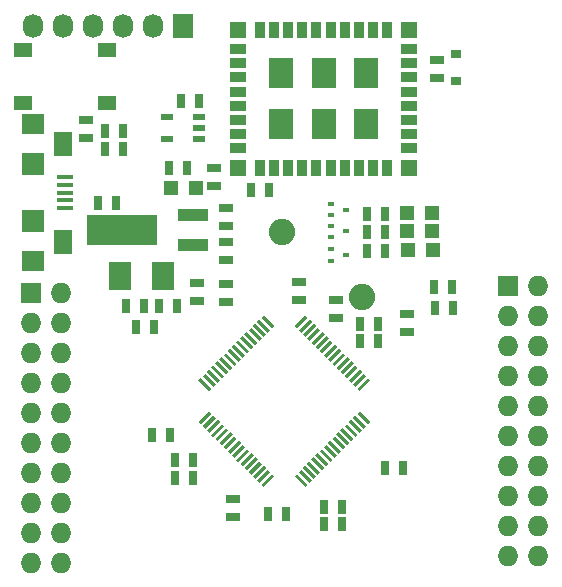
<source format=gts>
%FSLAX46Y46*%
G04 Gerber Fmt 4.6, Leading zero omitted, Abs format (unit mm)*
G04 Created by KiCad (PCBNEW (2014-jul-16 BZR unknown)-product) date Thu 11 Sep 2014 01:41:01 PM MDT*
%MOMM*%
G01*
G04 APERTURE LIST*
%ADD10C,0.100000*%
%ADD11R,2.500000X1.000000*%
%ADD12R,6.000000X2.500000*%
%ADD13R,2.052400X2.552400*%
%ADD14R,1.352400X1.352400*%
%ADD15R,0.852400X1.352400*%
%ADD16R,1.352400X0.852400*%
%ADD17R,1.727200X1.727200*%
%ADD18O,1.727200X1.727200*%
%ADD19R,1.198880X1.198880*%
%ADD20R,1.727200X2.032000*%
%ADD21O,1.727200X2.032000*%
%ADD22R,1.143000X0.635000*%
%ADD23R,0.635000X1.143000*%
%ADD24R,0.508000X0.356000*%
%ADD25R,0.949960X0.795020*%
%ADD26R,1.350000X0.350000*%
%ADD27R,1.600000X2.100000*%
%ADD28R,1.900000X1.800000*%
%ADD29R,1.900000X1.900000*%
%ADD30R,1.900000X2.400000*%
%ADD31O,2.235200X2.235200*%
%ADD32R,1.000000X0.550000*%
%ADD33R,1.550000X1.300000*%
G04 APERTURE END LIST*
D10*
D11*
X144800000Y-90580000D03*
X144800000Y-93120000D03*
D12*
X138800000Y-91850000D03*
D13*
X159450000Y-78600000D03*
X155850000Y-78600000D03*
X152250000Y-78600000D03*
X159450000Y-82900000D03*
X155850000Y-82900000D03*
X152250000Y-82900000D03*
D14*
X148600000Y-74900000D03*
X148600000Y-86600000D03*
X163100000Y-86600000D03*
X163100000Y-74900000D03*
D15*
X161250000Y-74900000D03*
X160050000Y-74900000D03*
X158850000Y-74900000D03*
X157650000Y-74900000D03*
X156450000Y-74900000D03*
X155250000Y-74900000D03*
X154050000Y-74900000D03*
X152850000Y-74900000D03*
X151650000Y-74900000D03*
X150450000Y-74900000D03*
D16*
X148600000Y-76550000D03*
X148600000Y-77750000D03*
X148600000Y-78950000D03*
X148600000Y-80150000D03*
X148600000Y-81350000D03*
X148600000Y-82550000D03*
X148600000Y-83750000D03*
X148600000Y-84950000D03*
D15*
X150450000Y-86600000D03*
X151650000Y-86600000D03*
X152850000Y-86600000D03*
X154050000Y-86600000D03*
X155250000Y-86600000D03*
X156450000Y-86600000D03*
X157650000Y-86600000D03*
X158850000Y-86600000D03*
X160050000Y-86600000D03*
X161250000Y-86600000D03*
D16*
X163100000Y-84950000D03*
X163100000Y-83750000D03*
X163100000Y-82550000D03*
X163100000Y-81350000D03*
X163100000Y-80150000D03*
X163100000Y-78950000D03*
X163100000Y-77750000D03*
X163100000Y-76550000D03*
D10*
G36*
X155369350Y-112574907D02*
X154449771Y-111655328D01*
X154654832Y-111450267D01*
X155574411Y-112369846D01*
X155369350Y-112574907D01*
X155369350Y-112574907D01*
G37*
G36*
X155723172Y-112221085D02*
X154803593Y-111301506D01*
X155008654Y-111096445D01*
X155928233Y-112016024D01*
X155723172Y-112221085D01*
X155723172Y-112221085D01*
G37*
G36*
X156076994Y-111867262D02*
X155157415Y-110947683D01*
X155362476Y-110742622D01*
X156282055Y-111662201D01*
X156076994Y-111867262D01*
X156076994Y-111867262D01*
G37*
G36*
X156430816Y-111513440D02*
X155511237Y-110593861D01*
X155716298Y-110388800D01*
X156635877Y-111308379D01*
X156430816Y-111513440D01*
X156430816Y-111513440D01*
G37*
G36*
X156784638Y-111159618D02*
X155865059Y-110240039D01*
X156070120Y-110034978D01*
X156989699Y-110954557D01*
X156784638Y-111159618D01*
X156784638Y-111159618D01*
G37*
G36*
X154309679Y-113634577D02*
X153390100Y-112714998D01*
X153595161Y-112509937D01*
X154514740Y-113429516D01*
X154309679Y-113634577D01*
X154309679Y-113634577D01*
G37*
G36*
X154661705Y-113282551D02*
X153742126Y-112362972D01*
X153947187Y-112157911D01*
X154866766Y-113077490D01*
X154661705Y-113282551D01*
X154661705Y-113282551D01*
G37*
G36*
X155015528Y-112928729D02*
X154095949Y-112009150D01*
X154301010Y-111804089D01*
X155220589Y-112723668D01*
X155015528Y-112928729D01*
X155015528Y-112928729D01*
G37*
G36*
X158897105Y-105502057D02*
X158692044Y-105296996D01*
X159611623Y-104377417D01*
X159816684Y-104582478D01*
X158897105Y-105502057D01*
X158897105Y-105502057D01*
G37*
G36*
X158545079Y-105150031D02*
X158340018Y-104944970D01*
X159259597Y-104025391D01*
X159464658Y-104230452D01*
X158545079Y-105150031D01*
X158545079Y-105150031D01*
G37*
G36*
X158191256Y-104796209D02*
X157986195Y-104591148D01*
X158905774Y-103671569D01*
X159110835Y-103876630D01*
X158191256Y-104796209D01*
X158191256Y-104796209D01*
G37*
G36*
X157837434Y-104442387D02*
X157632373Y-104237326D01*
X158551952Y-103317747D01*
X158757013Y-103522808D01*
X157837434Y-104442387D01*
X157837434Y-104442387D01*
G37*
G36*
X157483612Y-104088565D02*
X157278551Y-103883504D01*
X158198130Y-102963925D01*
X158403191Y-103168986D01*
X157483612Y-104088565D01*
X157483612Y-104088565D01*
G37*
G36*
X157129790Y-103734742D02*
X156924729Y-103529681D01*
X157844308Y-102610102D01*
X158049369Y-102815163D01*
X157129790Y-103734742D01*
X157129790Y-103734742D01*
G37*
G36*
X156775968Y-103380920D02*
X156570907Y-103175859D01*
X157490486Y-102256280D01*
X157695547Y-102461341D01*
X156775968Y-103380920D01*
X156775968Y-103380920D01*
G37*
G36*
X156422146Y-103027098D02*
X156217085Y-102822037D01*
X157136664Y-101902458D01*
X157341725Y-102107519D01*
X156422146Y-103027098D01*
X156422146Y-103027098D01*
G37*
G36*
X151479103Y-100200114D02*
X150559524Y-99280535D01*
X150764585Y-99075474D01*
X151684164Y-99995053D01*
X151479103Y-100200114D01*
X151479103Y-100200114D01*
G37*
G36*
X151127077Y-100552140D02*
X150207498Y-99632561D01*
X150412559Y-99427500D01*
X151332138Y-100347079D01*
X151127077Y-100552140D01*
X151127077Y-100552140D01*
G37*
G36*
X150776790Y-100902426D02*
X149857212Y-99982848D01*
X150055202Y-99784858D01*
X150974780Y-100704436D01*
X150776790Y-100902426D01*
X150776790Y-100902426D01*
G37*
G36*
X150419432Y-101259784D02*
X149499853Y-100340205D01*
X149704914Y-100135144D01*
X150624493Y-101054723D01*
X150419432Y-101259784D01*
X150419432Y-101259784D01*
G37*
G36*
X150065610Y-101613606D02*
X149146031Y-100694027D01*
X149351092Y-100488966D01*
X150270671Y-101408545D01*
X150065610Y-101613606D01*
X150065610Y-101613606D01*
G37*
G36*
X149711788Y-101967428D02*
X148792209Y-101047849D01*
X148997270Y-100842788D01*
X149916849Y-101762367D01*
X149711788Y-101967428D01*
X149711788Y-101967428D01*
G37*
G36*
X149357966Y-102321250D02*
X148438387Y-101401671D01*
X148643448Y-101196610D01*
X149563027Y-102116189D01*
X149357966Y-102321250D01*
X149357966Y-102321250D01*
G37*
G36*
X149004144Y-102675072D02*
X148084565Y-101755493D01*
X148289626Y-101550432D01*
X149209205Y-102470011D01*
X149004144Y-102675072D01*
X149004144Y-102675072D01*
G37*
G36*
X145462641Y-108332634D02*
X145257580Y-108127573D01*
X146177159Y-107207994D01*
X146382220Y-107413055D01*
X145462641Y-108332634D01*
X145462641Y-108332634D01*
G37*
G36*
X145814667Y-108684660D02*
X145609606Y-108479599D01*
X146529185Y-107560020D01*
X146734246Y-107765081D01*
X145814667Y-108684660D01*
X145814667Y-108684660D01*
G37*
G36*
X146168490Y-109038482D02*
X145963429Y-108833421D01*
X146883008Y-107913842D01*
X147088069Y-108118903D01*
X146168490Y-109038482D01*
X146168490Y-109038482D01*
G37*
G36*
X146522312Y-109392304D02*
X146317251Y-109187243D01*
X147236830Y-108267664D01*
X147441891Y-108472725D01*
X146522312Y-109392304D01*
X146522312Y-109392304D01*
G37*
G36*
X146876134Y-109746126D02*
X146671073Y-109541065D01*
X147590652Y-108621486D01*
X147795713Y-108826547D01*
X146876134Y-109746126D01*
X146876134Y-109746126D01*
G37*
G36*
X147229956Y-110099948D02*
X147024895Y-109894887D01*
X147944474Y-108975308D01*
X148149535Y-109180369D01*
X147229956Y-110099948D01*
X147229956Y-110099948D01*
G37*
G36*
X147583778Y-110453770D02*
X147378717Y-110248709D01*
X148298296Y-109329130D01*
X148503357Y-109534191D01*
X147583778Y-110453770D01*
X147583778Y-110453770D01*
G37*
G36*
X147937600Y-110807592D02*
X147732539Y-110602531D01*
X148652118Y-109682952D01*
X148857179Y-109888013D01*
X147937600Y-110807592D01*
X147937600Y-110807592D01*
G37*
G36*
X157136664Y-110807592D02*
X156217085Y-109888013D01*
X156422146Y-109682952D01*
X157341725Y-110602531D01*
X157136664Y-110807592D01*
X157136664Y-110807592D01*
G37*
G36*
X157490486Y-110453770D02*
X156570907Y-109534191D01*
X156775968Y-109329130D01*
X157695547Y-110248709D01*
X157490486Y-110453770D01*
X157490486Y-110453770D01*
G37*
G36*
X157844308Y-110099948D02*
X156924729Y-109180369D01*
X157129790Y-108975308D01*
X158049369Y-109894887D01*
X157844308Y-110099948D01*
X157844308Y-110099948D01*
G37*
G36*
X156070120Y-102675072D02*
X155865059Y-102470011D01*
X156784638Y-101550432D01*
X156989699Y-101755493D01*
X156070120Y-102675072D01*
X156070120Y-102675072D01*
G37*
G36*
X155716298Y-102321250D02*
X155511237Y-102116189D01*
X156430816Y-101196610D01*
X156635877Y-101401671D01*
X155716298Y-102321250D01*
X155716298Y-102321250D01*
G37*
G36*
X155362476Y-101967428D02*
X155157415Y-101762367D01*
X156076994Y-100842788D01*
X156282055Y-101047849D01*
X155362476Y-101967428D01*
X155362476Y-101967428D01*
G37*
G36*
X148652118Y-103027098D02*
X147732539Y-102107519D01*
X147937600Y-101902458D01*
X148857179Y-102822037D01*
X148652118Y-103027098D01*
X148652118Y-103027098D01*
G37*
G36*
X148301831Y-103377384D02*
X147382253Y-102457806D01*
X147580243Y-102259816D01*
X148499821Y-103179394D01*
X148301831Y-103377384D01*
X148301831Y-103377384D01*
G37*
G36*
X147944474Y-103734742D02*
X147024895Y-102815163D01*
X147229956Y-102610102D01*
X148149535Y-103529681D01*
X147944474Y-103734742D01*
X147944474Y-103734742D01*
G37*
G36*
X148289626Y-111159618D02*
X148084565Y-110954557D01*
X149004144Y-110034978D01*
X149209205Y-110240039D01*
X148289626Y-111159618D01*
X148289626Y-111159618D01*
G37*
G36*
X148643448Y-111513440D02*
X148438387Y-111308379D01*
X149357966Y-110388800D01*
X149563027Y-110593861D01*
X148643448Y-111513440D01*
X148643448Y-111513440D01*
G37*
G36*
X148997270Y-111867262D02*
X148792209Y-111662201D01*
X149711788Y-110742622D01*
X149916849Y-110947683D01*
X148997270Y-111867262D01*
X148997270Y-111867262D01*
G37*
G36*
X158198130Y-109746126D02*
X157278551Y-108826547D01*
X157483612Y-108621486D01*
X158403191Y-109541065D01*
X158198130Y-109746126D01*
X158198130Y-109746126D01*
G37*
G36*
X158551952Y-109392304D02*
X157632373Y-108472725D01*
X157837434Y-108267664D01*
X158757013Y-109187243D01*
X158551952Y-109392304D01*
X158551952Y-109392304D01*
G37*
G36*
X158905774Y-109038482D02*
X157986195Y-108118903D01*
X158191256Y-107913842D01*
X159110835Y-108833421D01*
X158905774Y-109038482D01*
X158905774Y-109038482D01*
G37*
G36*
X159259597Y-108684660D02*
X158340018Y-107765081D01*
X158545079Y-107560020D01*
X159464658Y-108479599D01*
X159259597Y-108684660D01*
X159259597Y-108684660D01*
G37*
G36*
X159611623Y-108332634D02*
X158692044Y-107413055D01*
X158897105Y-107207994D01*
X159816684Y-108127573D01*
X159611623Y-108332634D01*
X159611623Y-108332634D01*
G37*
G36*
X155008654Y-101613606D02*
X154803593Y-101408545D01*
X155723172Y-100488966D01*
X155928233Y-100694027D01*
X155008654Y-101613606D01*
X155008654Y-101613606D01*
G37*
G36*
X154654832Y-101259784D02*
X154449771Y-101054723D01*
X155369350Y-100135144D01*
X155574411Y-100340205D01*
X154654832Y-101259784D01*
X154654832Y-101259784D01*
G37*
G36*
X154301010Y-100905962D02*
X154095949Y-100700901D01*
X155015528Y-99781322D01*
X155220589Y-99986383D01*
X154301010Y-100905962D01*
X154301010Y-100905962D01*
G37*
G36*
X153947187Y-100552140D02*
X153742126Y-100347079D01*
X154661705Y-99427500D01*
X154866766Y-99632561D01*
X153947187Y-100552140D01*
X153947187Y-100552140D01*
G37*
G36*
X153595161Y-100200114D02*
X153390100Y-99995053D01*
X154309679Y-99075474D01*
X154514740Y-99280535D01*
X153595161Y-100200114D01*
X153595161Y-100200114D01*
G37*
G36*
X147594187Y-104085029D02*
X146674609Y-103165451D01*
X146872599Y-102967461D01*
X147792177Y-103887039D01*
X147594187Y-104085029D01*
X147594187Y-104085029D01*
G37*
G36*
X147236830Y-104442387D02*
X146317251Y-103522808D01*
X146522312Y-103317747D01*
X147441891Y-104237326D01*
X147236830Y-104442387D01*
X147236830Y-104442387D01*
G37*
G36*
X146883008Y-104796209D02*
X145963429Y-103876630D01*
X146168490Y-103671569D01*
X147088069Y-104591148D01*
X146883008Y-104796209D01*
X146883008Y-104796209D01*
G37*
G36*
X146529185Y-105150031D02*
X145609606Y-104230452D01*
X145814667Y-104025391D01*
X146734246Y-104944970D01*
X146529185Y-105150031D01*
X146529185Y-105150031D01*
G37*
G36*
X146177159Y-105502057D02*
X145257580Y-104582478D01*
X145462641Y-104377417D01*
X146382220Y-105296996D01*
X146177159Y-105502057D01*
X146177159Y-105502057D01*
G37*
G36*
X149351092Y-112221085D02*
X149146031Y-112016024D01*
X150065610Y-111096445D01*
X150270671Y-111301506D01*
X149351092Y-112221085D01*
X149351092Y-112221085D01*
G37*
G36*
X149704914Y-112574907D02*
X149499853Y-112369846D01*
X150419432Y-111450267D01*
X150624493Y-111655328D01*
X149704914Y-112574907D01*
X149704914Y-112574907D01*
G37*
G36*
X150058737Y-112928729D02*
X149853676Y-112723668D01*
X150773255Y-111804089D01*
X150978316Y-112009150D01*
X150058737Y-112928729D01*
X150058737Y-112928729D01*
G37*
G36*
X150412559Y-113282551D02*
X150207498Y-113077490D01*
X151127077Y-112157911D01*
X151332138Y-112362972D01*
X150412559Y-113282551D01*
X150412559Y-113282551D01*
G37*
G36*
X150764585Y-113634577D02*
X150559524Y-113429516D01*
X151479103Y-112509937D01*
X151684164Y-112714998D01*
X150764585Y-113634577D01*
X150764585Y-113634577D01*
G37*
D17*
X131090000Y-97190000D03*
D18*
X133630000Y-97190000D03*
X131090000Y-99730000D03*
X133630000Y-99730000D03*
X131090000Y-102270000D03*
X133630000Y-102270000D03*
X131090000Y-104810000D03*
X133630000Y-104810000D03*
X131090000Y-107350000D03*
X133630000Y-107350000D03*
X131090000Y-109890000D03*
X133630000Y-109890000D03*
X131090000Y-112430000D03*
X133630000Y-112430000D03*
X131090000Y-114970000D03*
X133630000Y-114970000D03*
X131090000Y-117510000D03*
X133630000Y-117510000D03*
X131090000Y-120050000D03*
X133630000Y-120050000D03*
D17*
X171505000Y-96645000D03*
D18*
X174045000Y-96645000D03*
X171505000Y-99185000D03*
X174045000Y-99185000D03*
X171505000Y-101725000D03*
X174045000Y-101725000D03*
X171505000Y-104265000D03*
X174045000Y-104265000D03*
X171505000Y-106805000D03*
X174045000Y-106805000D03*
X171505000Y-109345000D03*
X174045000Y-109345000D03*
X171505000Y-111885000D03*
X174045000Y-111885000D03*
X171505000Y-114425000D03*
X174045000Y-114425000D03*
X171505000Y-116965000D03*
X174045000Y-116965000D03*
X171505000Y-119505000D03*
X174045000Y-119505000D03*
D19*
X142910980Y-88290000D03*
X145009020Y-88290000D03*
D20*
X143970000Y-74620000D03*
D21*
X141430000Y-74620000D03*
X138890000Y-74620000D03*
X136350000Y-74620000D03*
X133810000Y-74620000D03*
X131270000Y-74620000D03*
D22*
X162920000Y-98978000D03*
X162920000Y-100502000D03*
D23*
X161012000Y-93625000D03*
X159488000Y-93625000D03*
X161012000Y-90500000D03*
X159488000Y-90500000D03*
X161042000Y-92050000D03*
X159518000Y-92050000D03*
D22*
X148150000Y-116212000D03*
X148150000Y-114688000D03*
D23*
X151138000Y-115900000D03*
X152662000Y-115900000D03*
X165238000Y-96700000D03*
X166762000Y-96700000D03*
X165288000Y-98450000D03*
X166812000Y-98450000D03*
D22*
X135760000Y-84062000D03*
X135760000Y-82538000D03*
D23*
X143412000Y-98290000D03*
X141888000Y-98290000D03*
X144322000Y-86630000D03*
X142798000Y-86630000D03*
D22*
X147570000Y-96408000D03*
X147570000Y-97932000D03*
D23*
X138882000Y-83510000D03*
X137358000Y-83510000D03*
D22*
X153750000Y-96238000D03*
X153750000Y-97762000D03*
X156920000Y-97788000D03*
X156920000Y-99312000D03*
D23*
X142872000Y-109190000D03*
X141348000Y-109190000D03*
X155908000Y-115340000D03*
X157432000Y-115340000D03*
X161028000Y-111980000D03*
X162552000Y-111980000D03*
X141472000Y-100100000D03*
X139948000Y-100100000D03*
X155928000Y-116790000D03*
X157452000Y-116790000D03*
X144762000Y-111350000D03*
X143238000Y-111350000D03*
X158948000Y-101300000D03*
X160472000Y-101300000D03*
X144762000Y-112850000D03*
X143238000Y-112850000D03*
X138862000Y-85010000D03*
X137338000Y-85010000D03*
X145302000Y-80990000D03*
X143778000Y-80990000D03*
X158938000Y-99840000D03*
X160462000Y-99840000D03*
D22*
X147600000Y-90038000D03*
X147600000Y-91562000D03*
X147600000Y-92888000D03*
X147600000Y-94412000D03*
D23*
X140642000Y-98340000D03*
X139118000Y-98340000D03*
D22*
X145140000Y-97872000D03*
X145140000Y-96348000D03*
D19*
X162940980Y-91980000D03*
X165039020Y-91980000D03*
X162950980Y-90400000D03*
X165049020Y-90400000D03*
X163000980Y-93575000D03*
X165099020Y-93575000D03*
D24*
X157759000Y-93980000D03*
X156464000Y-93480000D03*
X156464000Y-94480000D03*
X157735000Y-90140000D03*
X156440000Y-89640000D03*
X156440000Y-90640000D03*
X157765000Y-91990000D03*
X156470000Y-91490000D03*
X156470000Y-92490000D03*
D22*
X146600000Y-88112000D03*
X146600000Y-86588000D03*
X165450000Y-78962000D03*
X165450000Y-77438000D03*
D23*
X149738000Y-88525000D03*
X151262000Y-88525000D03*
D25*
X167039620Y-76999560D03*
X167039620Y-79250000D03*
D26*
X133915000Y-87420000D03*
X133915000Y-88070000D03*
X133915000Y-88720000D03*
X133915000Y-89370000D03*
X133915000Y-90020000D03*
D27*
X133790000Y-84570000D03*
X133790000Y-92870000D03*
D28*
X131240000Y-82920000D03*
D29*
X131240000Y-86320000D03*
X131240000Y-91120000D03*
D28*
X131240000Y-94520000D03*
D30*
X138630000Y-95780000D03*
X142230000Y-95780000D03*
D31*
X159140000Y-97570000D03*
X152350000Y-92080000D03*
D32*
X142580000Y-82280000D03*
X142580000Y-84180000D03*
X145280000Y-84180000D03*
X145280000Y-83230000D03*
X145280000Y-82280000D03*
D33*
X130362500Y-81140000D03*
X137537500Y-81140000D03*
X130362500Y-76640000D03*
X137537500Y-76640000D03*
D23*
X136788000Y-89590000D03*
X138312000Y-89590000D03*
M02*

</source>
